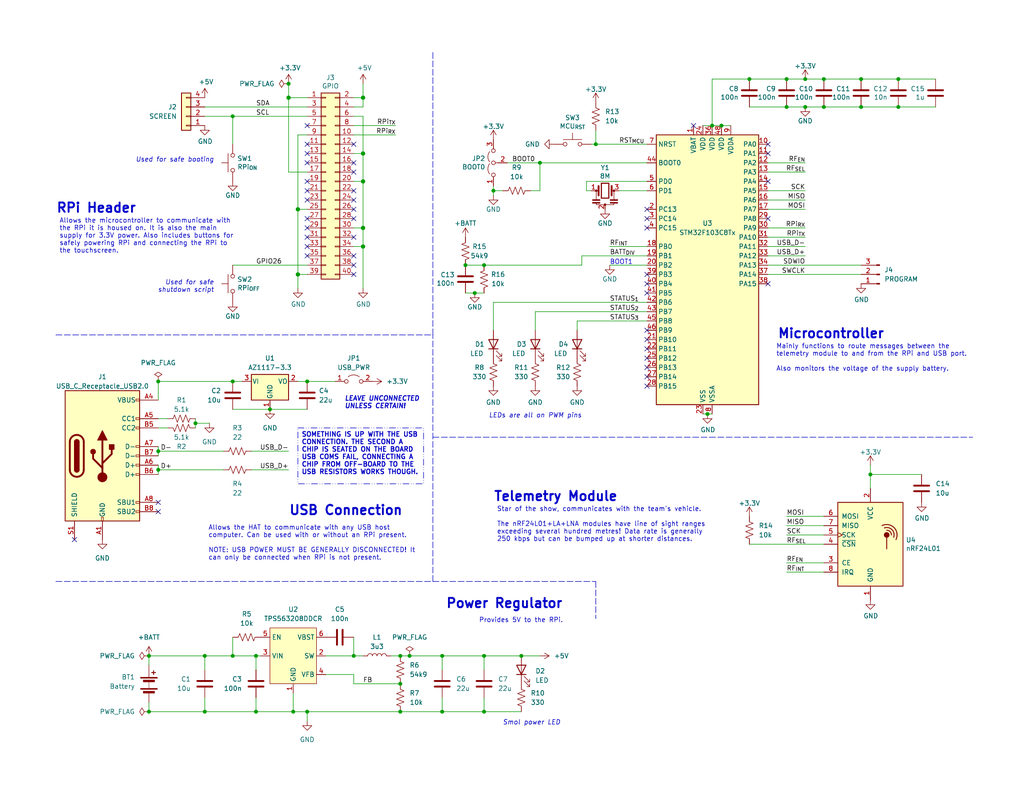
<source format=kicad_sch>
(kicad_sch (version 20230121) (generator eeschema)
  (paper "USLetter")
  (title_block (title "Downlink Board") (date "2024-01-21") (rev "1.1") (company "HPVDT") (comment 1 "Hosts a microcontroller and wireless module for computers to use") (comment 2 "Designed to be an RPi hat with connections for the RPi touchscreen") (comment 3 "Can be used as a standalone USB device too"))
  (lib_symbols
    (symbol "Connector:Conn_01x03_Pin" (pin_names (offset 1.016) hide)
      (property "Reference" "J" (at 0 5.08 0))
      (property "Value" "Conn_01x03_Pin" (at 0 -5.08 0))
      (symbol "Conn_01x03_Pin_1_1"
        (pin passive line (at 5.08 2.54 180) (length 3.81) (name "Pin_1") (number "1"))
        (pin passive line (at 5.08 0 180) (length 3.81) (name "Pin_2") (number "2"))
        (pin passive line (at 5.08 -2.54 180) (length 3.81) (name "Pin_3") (number "3"))
      )
    )
    (symbol "Connector:USB_C_Receptacle_USB2.0" (pin_names (offset 1.016))
      (property "Reference" "J" (at -10.16 19.05 0))
      (property "Value" "USB_C_Receptacle_USB2.0" (at 19.05 19.05 0))
      (symbol "USB_C_Receptacle_USB2.0_1_1"
        (pin passive line (at 0 -22.86 90) (length 5.08) (name "GND") (number "A1"))
        (pin passive line (at 0 -22.86 90) (length 5.08) hide (name "GND") (number "A12"))
        (pin passive line (at 15.24 15.24 180) (length 5.08) (name "VBUS") (number "A4"))
        (pin bidirectional line (at 15.24 10.16 180) (length 5.08) (name "CC1") (number "A5"))
        (pin bidirectional line (at 15.24 -2.54 180) (length 5.08) (name "D+") (number "A6"))
        (pin bidirectional line (at 15.24 2.54 180) (length 5.08) (name "D-") (number "A7"))
        (pin bidirectional line (at 15.24 -12.7 180) (length 5.08) (name "SBU1") (number "A8"))
        (pin passive line (at 15.24 15.24 180) (length 5.08) hide (name "VBUS") (number "A9"))
        (pin passive line (at 0 -22.86 90) (length 5.08) hide (name "GND") (number "B1"))
        (pin passive line (at 0 -22.86 90) (length 5.08) hide (name "GND") (number "B12"))
        (pin passive line (at 15.24 15.24 180) (length 5.08) hide (name "VBUS") (number "B4"))
        (pin bidirectional line (at 15.24 7.62 180) (length 5.08) (name "CC2") (number "B5"))
        (pin bidirectional line (at 15.24 -5.08 180) (length 5.08) (name "D+") (number "B6"))
        (pin bidirectional line (at 15.24 0 180) (length 5.08) (name "D-") (number "B7"))
        (pin bidirectional line (at 15.24 -15.24 180) (length 5.08) (name "SBU2") (number "B8"))
        (pin passive line (at 15.24 15.24 180) (length 5.08) hide (name "VBUS") (number "B9"))
        (pin passive line (at -7.62 -22.86 90) (length 5.08) (name "SHIELD") (number "S1"))
      )
    )
    (symbol "Connector_Generic:Conn_01x04" (pin_names (offset 1.016) hide)
      (property "Reference" "J" (at 0 5.08 0))
      (property "Value" "Conn_01x04" (at 0 -7.62 0))
      (symbol "Conn_01x04_1_1"
        (pin passive line (at -5.08 2.54 0) (length 3.81) (name "Pin_1") (number "1"))
        (pin passive line (at -5.08 0 0) (length 3.81) (name "Pin_2") (number "2"))
        (pin passive line (at -5.08 -2.54 0) (length 3.81) (name "Pin_3") (number "3"))
        (pin passive line (at -5.08 -5.08 0) (length 3.81) (name "Pin_4") (number "4"))
      )
    )
    (symbol "Connector_Generic:Conn_02x20_Odd_Even" (pin_names (offset 1.016) hide)
      (property "Reference" "J" (at 1.27 25.4 0))
      (property "Value" "Conn_02x20_Odd_Even" (at 1.27 -27.94 0))
      (symbol "Conn_02x20_Odd_Even_1_1"
        (pin passive line (at -5.08 22.86 0) (length 3.81) (name "Pin_1") (number "1"))
        (pin passive line (at 7.62 12.7 180) (length 3.81) (name "Pin_10") (number "10"))
        (pin passive line (at -5.08 10.16 0) (length 3.81) (name "Pin_11") (number "11"))
        (pin passive line (at 7.62 10.16 180) (length 3.81) (name "Pin_12") (number "12"))
        (pin passive line (at -5.08 7.62 0) (length 3.81) (name "Pin_13") (number "13"))
        (pin passive line (at 7.62 7.62 180) (length 3.81) (name "Pin_14") (number "14"))
        (pin passive line (at -5.08 5.08 0) (length 3.81) (name "Pin_15") (number "15"))
        (pin passive line (at 7.62 5.08 180) (length 3.81) (name "Pin_16") (number "16"))
        (pin passive line (at -5.08 2.54 0) (length 3.81) (name "Pin_17") (number "17"))
        (pin passive line (at 7.62 2.54 180) (length 3.81) (name "Pin_18") (number "18"))
        (pin passive line (at -5.08 0 0) (length 3.81) (name "Pin_19") (number "19"))
        (pin passive line (at 7.62 22.86 180) (length 3.81) (name "Pin_2") (number "2"))
        (pin passive line (at 7.62 0 180) (length 3.81) (name "Pin_20") (number "20"))
        (pin passive line (at -5.08 -2.54 0) (length 3.81) (name "Pin_21") (number "21"))
        (pin passive line (at 7.62 -2.54 180) (length 3.81) (name "Pin_22") (number "22"))
        (pin passive line (at -5.08 -5.08 0) (length 3.81) (name "Pin_23") (number "23"))
        (pin passive line (at 7.62 -5.08 180) (length 3.81) (name "Pin_24") (number "24"))
        (pin passive line (at -5.08 -7.62 0) (length 3.81) (name "Pin_25") (number "25"))
        (pin passive line (at 7.62 -7.62 180) (length 3.81) (name "Pin_26") (number "26"))
        (pin passive line (at -5.08 -10.16 0) (length 3.81) (name "Pin_27") (number "27"))
        (pin passive line (at 7.62 -10.16 180) (length 3.81) (name "Pin_28") (number "28"))
        (pin passive line (at -5.08 -12.7 0) (length 3.81) (name "Pin_29") (number "29"))
        (pin passive line (at -5.08 20.32 0) (length 3.81) (name "Pin_3") (number "3"))
        (pin passive line (at 7.62 -12.7 180) (length 3.81) (name "Pin_30") (number "30"))
        (pin passive line (at -5.08 -15.24 0) (length 3.81) (name "Pin_31") (number "31"))
        (pin passive line (at 7.62 -15.24 180) (length 3.81) (name "Pin_32") (number "32"))
        (pin passive line (at -5.08 -17.78 0) (length 3.81) (name "Pin_33") (number "33"))
        (pin passive line (at 7.62 -17.78 180) (length 3.81) (name "Pin_34") (number "34"))
        (pin passive line (at -5.08 -20.32 0) (length 3.81) (name "Pin_35") (number "35"))
        (pin passive line (at 7.62 -20.32 180) (length 3.81) (name "Pin_36") (number "36"))
        (pin passive line (at -5.08 -22.86 0) (length 3.81) (name "Pin_37") (number "37"))
        (pin passive line (at 7.62 -22.86 180) (length 3.81) (name "Pin_38") (number "38"))
        (pin passive line (at -5.08 -25.4 0) (length 3.81) (name "Pin_39") (number "39"))
        (pin passive line (at 7.62 20.32 180) (length 3.81) (name "Pin_4") (number "4"))
        (pin passive line (at 7.62 -25.4 180) (length 3.81) (name "Pin_40") (number "40"))
        (pin passive line (at -5.08 17.78 0) (length 3.81) (name "Pin_5") (number "5"))
        (pin passive line (at 7.62 17.78 180) (length 3.81) (name "Pin_6") (number "6"))
        (pin passive line (at -5.08 15.24 0) (length 3.81) (name "Pin_7") (number "7"))
        (pin passive line (at 7.62 15.24 180) (length 3.81) (name "Pin_8") (number "8"))
        (pin passive line (at -5.08 12.7 0) (length 3.81) (name "Pin_9") (number "9"))
      )
    )
    (symbol "Device:Battery" (pin_numbers hide) (pin_names (offset 0) hide)
      (property "Reference" "BT" (at 2.54 2.54 0))
      (property "Value" "Battery" (at 2.54 0 0))
      (symbol "Battery_1_1"
        (pin passive line (at 0 5.08 270) (length 2.54) (name "+") (number "1"))
        (pin passive line (at 0 -5.08 90) (length 2.54) (name "-") (number "2"))
      )
    )
    (symbol "Device:C" (pin_numbers hide) (pin_names (offset 0.254))
      (property "Reference" "C" (at 0.635 2.54 0))
      (property "Value" "C" (at 0.635 -2.54 0))
      (symbol "C_1_1"
        (pin passive line (at 0 3.81 270) (length 2.794) (name "~") (number "1"))
        (pin passive line (at 0 -3.81 90) (length 2.794) (name "~") (number "2"))
      )
    )
    (symbol "Device:L" (pin_numbers hide) (pin_names (offset 1.016) hide)
      (property "Reference" "L" (at -1.27 0 90))
      (property "Value" "L" (at 1.905 0 90))
      (symbol "L_1_1"
        (pin passive line (at 0 3.81 270) (length 1.27) (name "1") (number "1"))
        (pin passive line (at 0 -3.81 90) (length 1.27) (name "2") (number "2"))
      )
    )
    (symbol "Device:LED" (pin_numbers hide) (pin_names (offset 1.016) hide)
      (property "Reference" "D" (at 0 2.54 0))
      (property "Value" "LED" (at 0 -2.54 0))
      (symbol "LED_1_1"
        (pin passive line (at -3.81 0 0) (length 2.54) (name "K") (number "1"))
        (pin passive line (at 3.81 0 180) (length 2.54) (name "A") (number "2"))
      )
    )
    (symbol "Device:R_US" (pin_numbers hide) (pin_names (offset 0))
      (property "Reference" "R" (at 2.54 0 90))
      (property "Value" "R_US" (at -2.54 0 90))
      (symbol "R_US_1_1"
        (pin passive line (at 0 3.81 270) (length 1.27) (name "~") (number "1"))
        (pin passive line (at 0 -3.81 90) (length 1.27) (name "~") (number "2"))
      )
    )
    (symbol "Device:Resonator" (pin_names (offset 1.016) hide)
      (property "Reference" "Y" (at 0 5.715 0))
      (property "Value" "Resonator" (at 0 3.81 0))
      (symbol "Resonator_1_1"
        (pin passive line (at -3.81 0 0) (length 1.27) (name "1") (number "1"))
        (pin passive line (at 0 -5.08 90) (length 1.27) (name "2") (number "2"))
        (pin passive line (at 3.81 0 180) (length 1.27) (name "3") (number "3"))
      )
    )
    (symbol "Jumper:Jumper_2_Open" (pin_names (offset 0) hide)
      (property "Reference" "JP" (at 0 2.794 0))
      (property "Value" "Jumper_2_Open" (at 0 -2.286 0))
      (symbol "Jumper_2_Open_1_1"
        (pin passive line (at -5.08 0 0) (length 2.54) (name "A") (number "1"))
        (pin passive line (at 5.08 0 180) (length 2.54) (name "B") (number "2"))
      )
    )
    (symbol "Jumper:Jumper_3_Open" (pin_names (offset 0) hide)
      (property "Reference" "JP" (at -2.54 -2.54 0))
      (property "Value" "Jumper_3_Open" (at 0 2.794 0))
      (symbol "Jumper_3_Open_1_1"
        (pin passive line (at -6.35 0 0) (length 2.54) (name "A") (number "1"))
        (pin passive line (at 0 -3.81 90) (length 2.54) (name "C") (number "2"))
        (pin passive line (at 6.35 0 180) (length 2.54) (name "B") (number "3"))
      )
    )
    (symbol "MCU_ST_STM32F1:STM32F103C8Tx"
      (property "Reference" "U" (at -12.7 39.37 0))
      (property "Value" "STM32F103C8Tx" (at 10.16 39.37 0))
      (symbol "STM32F103C8Tx_1_1"
        (pin power_in line (at -2.54 40.64 270) (length 2.54) (name "VBAT") (number "1"))
        (pin bidirectional line (at 17.78 35.56 180) (length 2.54) (name "PA0") (number "10"))
        (pin bidirectional line (at 17.78 33.02 180) (length 2.54) (name "PA1") (number "11"))
        (pin bidirectional line (at 17.78 30.48 180) (length 2.54) (name "PA2") (number "12"))
        (pin bidirectional line (at 17.78 27.94 180) (length 2.54) (name "PA3") (number "13"))
        (pin bidirectional line (at 17.78 25.4 180) (length 2.54) (name "PA4") (number "14"))
        (pin bidirectional line (at 17.78 22.86 180) (length 2.54) (name "PA5") (number "15"))
        (pin bidirectional line (at 17.78 20.32 180) (length 2.54) (name "PA6") (number "16"))
        (pin bidirectional line (at 17.78 17.78 180) (length 2.54) (name "PA7") (number "17"))
        (pin bidirectional line (at -15.24 7.62 0) (length 2.54) (name "PB0") (number "18"))
        (pin bidirectional line (at -15.24 5.08 0) (length 2.54) (name "PB1") (number "19"))
        (pin bidirectional line (at -15.24 17.78 0) (length 2.54) (name "PC13") (number "2"))
        (pin bidirectional line (at -15.24 2.54 0) (length 2.54) (name "PB2") (number "20"))
        (pin bidirectional line (at -15.24 -17.78 0) (length 2.54) (name "PB10") (number "21"))
        (pin bidirectional line (at -15.24 -20.32 0) (length 2.54) (name "PB11") (number "22"))
        (pin power_in line (at 0 -38.1 90) (length 2.54) (name "VSS") (number "23"))
        (pin power_in line (at 0 40.64 270) (length 2.54) (name "VDD") (number "24"))
        (pin bidirectional line (at -15.24 -22.86 0) (length 2.54) (name "PB12") (number "25"))
        (pin bidirectional line (at -15.24 -25.4 0) (length 2.54) (name "PB13") (number "26"))
        (pin bidirectional line (at -15.24 -27.94 0) (length 2.54) (name "PB14") (number "27"))
        (pin bidirectional line (at -15.24 -30.48 0) (length 2.54) (name "PB15") (number "28"))
        (pin bidirectional line (at 17.78 15.24 180) (length 2.54) (name "PA8") (number "29"))
        (pin bidirectional line (at -15.24 15.24 0) (length 2.54) (name "PC14") (number "3"))
        (pin bidirectional line (at 17.78 12.7 180) (length 2.54) (name "PA9") (number "30"))
        (pin bidirectional line (at 17.78 10.16 180) (length 2.54) (name "PA10") (number "31"))
        (pin bidirectional line (at 17.78 7.62 180) (length 2.54) (name "PA11") (number "32"))
        (pin bidirectional line (at 17.78 5.08 180) (length 2.54) (name "PA12") (number "33"))
        (pin bidirectional line (at 17.78 2.54 180) (length 2.54) (name "PA13") (number "34"))
        (pin passive line (at 0 -38.1 90) (length 2.54) hide (name "VSS") (number "35"))
        (pin power_in line (at 2.54 40.64 270) (length 2.54) (name "VDD") (number "36"))
        (pin bidirectional line (at 17.78 0 180) (length 2.54) (name "PA14") (number "37"))
        (pin bidirectional line (at 17.78 -2.54 180) (length 2.54) (name "PA15") (number "38"))
        (pin bidirectional line (at -15.24 0 0) (length 2.54) (name "PB3") (number "39"))
        (pin bidirectional line (at -15.24 12.7 0) (length 2.54) (name "PC15") (number "4"))
        (pin bidirectional line (at -15.24 -2.54 0) (length 2.54) (name "PB4") (number "40"))
        (pin bidirectional line (at -15.24 -5.08 0) (length 2.54) (name "PB5") (number "41"))
        (pin bidirectional line (at -15.24 -7.62 0) (length 2.54) (name "PB6") (number "42"))
        (pin bidirectional line (at -15.24 -10.16 0) (length 2.54) (name "PB7") (number "43"))
        (pin input line (at -15.24 30.48 0) (length 2.54) (name "BOOT0") (number "44"))
        (pin bidirectional line (at -15.24 -12.7 0) (length 2.54) (name "PB8") (number "45"))
        (pin bidirectional line (at -15.24 -15.24 0) (length 2.54) (name "PB9") (number "46"))
        (pin passive line (at 0 -38.1 90) (length 2.54) hide (name "VSS") (number "47"))
        (pin power_in line (at 5.08 40.64 270) (length 2.54) (name "VDD") (number "48"))
        (pin bidirectional line (at -15.24 25.4 0) (length 2.54) (name "PD0") (number "5"))
        (pin bidirectional line (at -15.24 22.86 0) (length 2.54) (name "PD1") (number "6"))
        (pin input line (at -15.24 35.56 0) (length 2.54) (name "NRST") (number "7"))
        (pin power_in line (at 2.54 -38.1 90) (length 2.54) (name "VSSA") (number "8"))
        (pin power_in line (at 7.62 40.64 270) (length 2.54) (name "VDDA") (number "9"))
      )
    )
    (symbol "RF:NRF24L01_Breakout" (pin_names (offset 1.016))
      (property "Reference" "U" (at -8.89 12.7 0))
      (property "Value" "NRF24L01_Breakout" (at 3.81 12.7 0))
      (symbol "NRF24L01_Breakout_1_1"
        (pin power_in line (at 0 -15.24 90) (length 3.81) (name "GND") (number "1"))
        (pin power_in line (at 0 15.24 270) (length 3.81) (name "VCC") (number "2"))
        (pin input line (at -12.7 -5.08 0) (length 3.81) (name "CE") (number "3"))
        (pin input line (at -12.7 0 0) (length 3.81) (name "~{CSN}") (number "4"))
        (pin input clock (at -12.7 2.54 0) (length 3.81) (name "SCK") (number "5"))
        (pin input line (at -12.7 7.62 0) (length 3.81) (name "MOSI") (number "6"))
        (pin output line (at -12.7 5.08 0) (length 3.81) (name "MISO") (number "7"))
        (pin output line (at -12.7 -7.62 0) (length 3.81) (name "IRQ") (number "8"))
      )
    )
    (symbol "Regulator_Linear:AZ1117-3.3" (pin_names (offset 0.254))
      (property "Reference" "U" (at -3.81 3.175 0))
      (property "Value" "AZ1117-3.3" (at 0 3.175 0))
      (symbol "AZ1117-3.3_1_1"
        (pin power_in line (at 0 -7.62 90) (length 2.54) (name "GND") (number "1"))
        (pin power_out line (at 7.62 0 180) (length 2.54) (name "VO") (number "2"))
        (pin power_in line (at -7.62 0 0) (length 2.54) (name "VI") (number "3"))
      )
    )
    (symbol "Switch:SW_Push" (pin_numbers hide) (pin_names (offset 1.016) hide)
      (property "Reference" "SW" (at 1.27 2.54 0))
      (property "Value" "SW_Push" (at 0 -1.524 0))
      (symbol "SW_Push_0_1"
        (pin passive line (at -5.08 0 0) (length 2.54) (name "1") (number "1"))
        (pin passive line (at 5.08 0 180) (length 2.54) (name "2") (number "2"))
      )
    )
    (symbol "TPS563208DDCR :TPS563208DDCR"
      (property "Reference" "U" (at 0 11.43 0))
      (property "Value" "TPS563208DDCR" (at 0 8.89 0))
      (symbol "TPS563208DDCR_1_1"
        (pin power_in line (at 0 -10.16 90) (length 2.54) (name "GND") (number "1"))
        (pin power_out line (at 8.89 0 180) (length 2.54) (name "SW") (number "2"))
        (pin power_in line (at -8.89 0 0) (length 2.54) (name "VIN") (number "3"))
        (pin input line (at 8.89 -5.08 180) (length 2.54) (name "VFB") (number "4"))
        (pin input line (at -8.89 5.08 0) (length 2.54) (name "EN") (number "5"))
        (pin passive line (at 8.89 5.08 180) (length 2.54) (name "VBST") (number "6"))
      )
    )
    (symbol "power:+3.3V" (power) (pin_names (offset 0))
      (property "Value" "+3.3V" (at 0 3.556 0))
      (symbol "+3.3V_1_1"
        (pin power_in line (at 0 0 90) (length 0) hide (name "+3.3V") (number "1"))
      )
    )
    (symbol "power:+5V" (power) (pin_names (offset 0))
      (property "Value" "+5V" (at 0 3.556 0))
      (symbol "+5V_1_1"
        (pin power_in line (at 0 0 90) (length 0) hide (name "+5V") (number "1"))
      )
    )
    (symbol "power:+BATT" (power) (pin_names (offset 0))
      (property "Value" "+BATT" (at 0 3.556 0))
      (symbol "+BATT_1_1"
        (pin power_in line (at 0 0 90) (length 0) hide (name "+BATT") (number "1"))
      )
    )
    (symbol "power:GND" (power) (pin_names (offset 0))
      (property "Value" "GND" (at 0 -3.81 0))
      (symbol "GND_1_1"
        (pin power_in line (at 0 0 270) (length 0) hide (name "GND") (number "1"))
      )
    )
    (symbol "power:PWR_FLAG" (power) (pin_numbers hide) (pin_names (offset 0) hide)
      (property "Value" "PWR_FLAG" (at 0 3.81 0))
      (symbol "PWR_FLAG_0_0"
        (pin power_out line (at 0 0 90) (length 0) (name "pwr") (number "1"))
      )
    )
  )
  (junction (at 99.06 26.67) (diameter 1.016))
  (junction (at 214.63 21.59))
  (junction (at 147.32 44.45))
  (junction (at 162.56 39.37))
  (junction (at 99.06 41.91) (diameter 1.016))
  (junction (at 120.65 194.31))
  (junction (at 69.85 194.31))
  (junction (at 109.22 179.07))
  (junction (at 63.5 31.75))
  (junction (at 53.34 115.57))
  (junction (at 224.79 21.59))
  (junction (at 132.08 72.39))
  (junction (at 219.71 29.21))
  (junction (at 111.76 179.07))
  (junction (at 80.01 194.31))
  (junction (at 83.82 104.14))
  (junction (at 245.11 21.59))
  (junction (at 214.63 29.21))
  (junction (at 204.47 21.59))
  (junction (at 43.18 123.19))
  (junction (at 96.52 179.07))
  (junction (at 81.28 74.93) (diameter 1.016))
  (junction (at 234.95 21.59))
  (junction (at 81.28 57.15) (diameter 1.016))
  (junction (at 40.64 194.31))
  (junction (at 245.11 29.21))
  (junction (at 78.74 22.86))
  (junction (at 120.65 179.07))
  (junction (at 109.22 194.31))
  (junction (at 109.22 186.69))
  (junction (at 99.06 67.31) (diameter 1.016))
  (junction (at 55.88 179.07))
  (junction (at 193.04 113.03))
  (junction (at 224.79 29.21))
  (junction (at 132.08 179.07))
  (junction (at 129.54 80.01))
  (junction (at 219.71 21.59))
  (junction (at 194.31 34.29))
  (junction (at 132.08 194.31))
  (junction (at 99.06 62.23) (diameter 1.016))
  (junction (at 69.85 179.07))
  (junction (at 234.95 29.21))
  (junction (at 134.62 52.07))
  (junction (at 237.49 129.54))
  (junction (at 99.06 49.53) (diameter 1.016))
  (junction (at 127 72.39))
  (junction (at 142.24 179.07))
  (junction (at 83.82 194.31))
  (junction (at 40.64 179.07))
  (junction (at 196.85 34.29))
  (junction (at 73.66 111.76))
  (junction (at 43.18 128.27))
  (junction (at 63.5 179.07))
  (junction (at 43.18 104.14))
  (junction (at 63.5 104.14))
  (junction (at 78.74 26.67) (diameter 1.016))
  (junction (at 55.88 194.31))
  (no_connect (at 96.52 72.39))
  (no_connect (at 176.53 97.79))
  (no_connect (at 176.53 92.71))
  (no_connect (at 176.53 74.93))
  (no_connect (at 96.52 57.15))
  (no_connect (at 176.53 90.17))
  (no_connect (at 96.52 74.93))
  (no_connect (at 176.53 102.87))
  (no_connect (at 96.52 44.45))
  (no_connect (at 43.18 137.16))
  (no_connect (at 43.18 139.7))
  (no_connect (at 96.52 59.69))
  (no_connect (at 176.53 77.47))
  (no_connect (at 96.52 46.99))
  (no_connect (at 83.82 49.53))
  (no_connect (at 83.82 41.91))
  (no_connect (at 83.82 54.61))
  (no_connect (at 176.53 62.23))
  (no_connect (at 83.82 67.31))
  (no_connect (at 83.82 64.77))
  (no_connect (at 176.53 100.33))
  (no_connect (at 209.55 77.47))
  (no_connect (at 20.32 147.32))
  (no_connect (at 96.52 69.85))
  (no_connect (at 96.52 39.37))
  (no_connect (at 83.82 69.85))
  (no_connect (at 209.55 41.91))
  (no_connect (at 176.53 95.25))
  (no_connect (at 83.82 39.37))
  (no_connect (at 176.53 105.41))
  (no_connect (at 189.23 34.29))
  (no_connect (at 83.82 52.07))
  (no_connect (at 209.55 59.69))
  (no_connect (at 83.82 34.29))
  (no_connect (at 176.53 59.69))
  (no_connect (at 209.55 39.37))
  (no_connect (at 83.82 44.45))
  (no_connect (at 83.82 62.23))
  (no_connect (at 176.53 57.15))
  (no_connect (at 176.53 80.01))
  (no_connect (at 96.52 52.07))
  (no_connect (at 96.52 54.61))
  (no_connect (at 96.52 64.77))
  (no_connect (at 209.55 49.53))
  (no_connect (at 83.82 59.69))
  (wire (pts (xy 160.02 49.53) (xy 176.53 49.53)))
  (wire (pts (xy 81.28 57.15) (xy 81.28 74.93)))
  (wire (pts (xy 160.02 52.07) (xy 161.29 52.07)))
  (wire (pts (xy 209.55 72.39) (xy 234.95 72.39)))
  (wire (pts (xy 120.65 194.31) (xy 132.08 194.31)))
  (wire (pts (xy 237.49 129.54) (xy 237.49 133.35)))
  (wire (pts (xy 214.63 21.59) (xy 204.47 21.59)))
  (wire (pts (xy 63.5 72.39) (xy 83.82 72.39)))
  (wire (pts (xy 237.49 127) (xy 237.49 129.54)))
  (polyline (pts (xy 118.11 158.75) (xy 162.56 158.75)) (stroke (width 0) (type dash)))
  (wire (pts (xy 99.06 31.75) (xy 99.06 41.91)))
  (wire (pts (xy 142.24 179.07) (xy 147.32 179.07)))
  (wire (pts (xy 99.06 49.53) (xy 96.52 49.53)))
  (wire (pts (xy 147.32 52.07) (xy 147.32 44.45)))
  (wire (pts (xy 214.63 143.51) (xy 224.79 143.51)))
  (wire (pts (xy 214.63 140.97) (xy 224.79 140.97)))
  (wire (pts (xy 99.06 62.23) (xy 99.06 67.31)))
  (wire (pts (xy 96.52 186.69) (xy 109.22 186.69)))
  (wire (pts (xy 40.64 181.61) (xy 40.64 179.07)))
  (wire (pts (xy 209.55 62.23) (xy 219.71 62.23)))
  (wire (pts (xy 157.48 90.17) (xy 157.48 87.63)))
  (wire (pts (xy 234.95 21.59) (xy 224.79 21.59)))
  (wire (pts (xy 96.52 179.07) (xy 96.52 173.99)))
  (wire (pts (xy 158.75 69.85) (xy 176.53 69.85)))
  (wire (pts (xy 83.82 104.14) (xy 91.44 104.14)))
  (wire (pts (xy 160.02 49.53) (xy 160.02 52.07)))
  (wire (pts (xy 134.62 52.07) (xy 134.62 53.34)))
  (wire (pts (xy 99.06 49.53) (xy 99.06 62.23)))
  (wire (pts (xy 55.88 194.31) (xy 55.88 190.5)))
  (wire (pts (xy 96.52 34.29) (xy 107.95 34.29)))
  (wire (pts (xy 53.34 115.57) (xy 53.34 114.3)))
  (wire (pts (xy 81.28 36.83) (xy 81.28 57.15)))
  (wire (pts (xy 196.85 34.29) (xy 199.39 34.29)))
  (wire (pts (xy 73.66 111.76) (xy 83.82 111.76)))
  (wire (pts (xy 43.18 128.27) (xy 60.96 128.27)))
  (wire (pts (xy 134.62 82.55) (xy 134.62 90.17)))
  (wire (pts (xy 81.28 36.83) (xy 83.82 36.83)))
  (wire (pts (xy 132.08 182.88) (xy 132.08 179.07)))
  (wire (pts (xy 146.05 90.17) (xy 146.05 85.09)))
  (wire (pts (xy 147.32 44.45) (xy 176.53 44.45)))
  (wire (pts (xy 120.65 182.88) (xy 120.65 179.07)))
  (wire (pts (xy 43.18 123.19) (xy 60.96 123.19)))
  (wire (pts (xy 219.71 29.21) (xy 224.79 29.21)))
  (wire (pts (xy 81.28 57.15) (xy 83.82 57.15)))
  (wire (pts (xy 40.64 191.77) (xy 40.64 194.31)))
  (wire (pts (xy 132.08 72.39) (xy 158.75 72.39)))
  (wire (pts (xy 69.85 179.07) (xy 69.85 182.88)))
  (polyline (pts (xy 162.56 158.75) (xy 162.56 168.91)) (stroke (width 0) (type dash)))
  (wire (pts (xy 81.28 74.93) (xy 81.28 78.74)))
  (wire (pts (xy 45.72 114.3) (xy 43.18 114.3)))
  (wire (pts (xy 78.74 22.86) (xy 78.74 26.67)))
  (wire (pts (xy 134.62 50.8) (xy 134.62 52.07)))
  (wire (pts (xy 40.64 179.07) (xy 55.88 179.07)))
  (wire (pts (xy 224.79 29.21) (xy 234.95 29.21)))
  (wire (pts (xy 43.18 128.27) (xy 43.18 129.54)))
  (wire (pts (xy 99.06 67.31) (xy 96.52 67.31)))
  (wire (pts (xy 132.08 72.39) (xy 127 72.39)))
  (wire (pts (xy 106.68 179.07) (xy 109.22 179.07)))
  (wire (pts (xy 204.47 21.59) (xy 194.31 21.59)))
  (wire (pts (xy 53.34 116.84) (xy 53.34 115.57)))
  (wire (pts (xy 43.18 109.22) (xy 43.18 104.14)))
  (wire (pts (xy 234.95 29.21) (xy 245.11 29.21)))
  (wire (pts (xy 209.55 74.93) (xy 234.95 74.93)))
  (wire (pts (xy 63.5 179.07) (xy 63.5 173.99)))
  (wire (pts (xy 55.88 29.21) (xy 83.82 29.21)))
  (wire (pts (xy 245.11 29.21) (xy 255.27 29.21)))
  (wire (pts (xy 234.95 21.59) (xy 245.11 21.59)))
  (wire (pts (xy 78.74 46.99) (xy 83.82 46.99)))
  (wire (pts (xy 55.88 179.07) (xy 55.88 182.88)))
  (wire (pts (xy 161.29 39.37) (xy 162.56 39.37)))
  (wire (pts (xy 99.06 26.67) (xy 99.06 29.21)))
  (wire (pts (xy 162.56 35.56) (xy 162.56 39.37)))
  (wire (pts (xy 96.52 179.07) (xy 99.06 179.07)))
  (wire (pts (xy 109.22 194.31) (xy 120.65 194.31)))
  (wire (pts (xy 96.52 184.15) (xy 96.52 186.69)))
  (wire (pts (xy 99.06 41.91) (xy 99.06 49.53)))
  (wire (pts (xy 134.62 82.55) (xy 176.53 82.55)))
  (wire (pts (xy 88.9 179.07) (xy 96.52 179.07)))
  (wire (pts (xy 158.75 72.39) (xy 158.75 69.85)))
  (wire (pts (xy 83.82 194.31) (xy 109.22 194.31)))
  (wire (pts (xy 132.08 194.31) (xy 142.24 194.31)))
  (wire (pts (xy 99.06 41.91) (xy 96.52 41.91)))
  (wire (pts (xy 209.55 69.85) (xy 219.71 69.85)))
  (wire (pts (xy 162.56 39.37) (xy 176.53 39.37)))
  (wire (pts (xy 63.5 104.14) (xy 66.04 104.14)))
  (wire (pts (xy 43.18 123.19) (xy 43.18 124.46)))
  (wire (pts (xy 144.78 52.07) (xy 147.32 52.07)))
  (wire (pts (xy 99.06 22.86) (xy 99.06 26.67)))
  (wire (pts (xy 168.91 52.07) (xy 176.53 52.07)))
  (wire (pts (xy 204.47 148.59) (xy 224.79 148.59)))
  (wire (pts (xy 120.65 179.07) (xy 132.08 179.07)))
  (wire (pts (xy 99.06 26.67) (xy 96.52 26.67)))
  (wire (pts (xy 78.74 26.67) (xy 78.74 46.99)))
  (polyline (pts (xy 15.24 158.75) (xy 118.11 158.75)) (stroke (width 0) (type dash)))
  (wire (pts (xy 55.88 179.07) (xy 63.5 179.07)))
  (wire (pts (xy 96.52 36.83) (xy 107.95 36.83)))
  (wire (pts (xy 219.71 21.59) (xy 214.63 21.59)))
  (wire (pts (xy 157.48 87.63) (xy 176.53 87.63)))
  (wire (pts (xy 138.43 44.45) (xy 147.32 44.45)))
  (wire (pts (xy 69.85 194.31) (xy 69.85 190.5)))
  (wire (pts (xy 245.11 21.59) (xy 255.27 21.59)))
  (wire (pts (xy 214.63 156.21) (xy 224.79 156.21)))
  (wire (pts (xy 45.72 116.84) (xy 43.18 116.84)))
  (wire (pts (xy 57.15 115.57) (xy 53.34 115.57)))
  (wire (pts (xy 209.55 46.99) (xy 219.71 46.99)))
  (wire (pts (xy 204.47 29.21) (xy 214.63 29.21)))
  (wire (pts (xy 166.37 67.31) (xy 176.53 67.31)))
  (wire (pts (xy 99.06 29.21) (xy 96.52 29.21)))
  (wire (pts (xy 209.55 67.31) (xy 219.71 67.31)))
  (wire (pts (xy 129.54 80.01) (xy 132.08 80.01)))
  (wire (pts (xy 219.71 52.07) (xy 209.55 52.07)))
  (wire (pts (xy 43.18 104.14) (xy 63.5 104.14)))
  (wire (pts (xy 214.63 153.67) (xy 224.79 153.67)))
  (wire (pts (xy 134.62 52.07) (xy 137.16 52.07)))
  (wire (pts (xy 219.71 54.61) (xy 209.55 54.61)))
  (wire (pts (xy 214.63 146.05) (xy 224.79 146.05)))
  (wire (pts (xy 191.77 113.03) (xy 193.04 113.03)))
  (polyline (pts (xy 15.24 91.44) (xy 118.11 91.44)) (stroke (width 0) (type dash)))
  (wire (pts (xy 209.55 64.77) (xy 219.71 64.77)))
  (wire (pts (xy 63.5 179.07) (xy 69.85 179.07)))
  (wire (pts (xy 63.5 31.75) (xy 55.88 31.75)))
  (wire (pts (xy 81.28 74.93) (xy 83.82 74.93)))
  (wire (pts (xy 111.76 179.07) (xy 120.65 179.07)))
  (wire (pts (xy 63.5 31.75) (xy 63.5 39.37)))
  (polyline (pts (xy 118.11 91.44) (xy 118.11 13.97)) (stroke (width 0) (type dash)))
  (wire (pts (xy 55.88 194.31) (xy 69.85 194.31)))
  (wire (pts (xy 99.06 31.75) (xy 96.52 31.75)))
  (polyline (pts (xy 118.11 119.38) (xy 265.43 119.38)) (stroke (width 0) (type dash)))
  (wire (pts (xy 109.22 179.07) (xy 111.76 179.07)))
  (wire (pts (xy 43.18 121.92) (xy 43.18 123.19)))
  (wire (pts (xy 214.63 29.21) (xy 219.71 29.21)))
  (polyline (pts (xy 118.11 158.75) (xy 118.11 91.44)) (stroke (width 0) (type dash)))
  (wire (pts (xy 237.49 129.54) (xy 251.46 129.54)))
  (wire (pts (xy 63.5 111.76) (xy 73.66 111.76)))
  (wire (pts (xy 69.85 194.31) (xy 80.01 194.31)))
  (wire (pts (xy 132.08 179.07) (xy 142.24 179.07)))
  (wire (pts (xy 166.37 72.39) (xy 176.53 72.39)))
  (wire (pts (xy 129.54 80.01) (xy 127 80.01)))
  (wire (pts (xy 193.04 113.03) (xy 194.31 113.03)))
  (wire (pts (xy 78.74 123.19) (xy 68.58 123.19)))
  (wire (pts (xy 80.01 194.31) (xy 83.82 194.31)))
  (wire (pts (xy 83.82 196.85) (xy 83.82 194.31)))
  (wire (pts (xy 99.06 67.31) (xy 99.06 78.74)))
  (wire (pts (xy 63.5 31.75) (xy 83.82 31.75)))
  (wire (pts (xy 146.05 85.09) (xy 176.53 85.09)))
  (wire (pts (xy 78.74 128.27) (xy 68.58 128.27)))
  (wire (pts (xy 88.9 184.15) (xy 96.52 184.15)))
  (wire (pts (xy 99.06 62.23) (xy 96.52 62.23)))
  (wire (pts (xy 194.31 34.29) (xy 196.85 34.29)))
  (wire (pts (xy 78.74 26.67) (xy 83.82 26.67)))
  (wire (pts (xy 71.12 179.07) (xy 69.85 179.07)))
  (wire (pts (xy 191.77 34.29) (xy 194.31 34.29)))
  (wire (pts (xy 120.65 194.31) (xy 120.65 190.5)))
  (wire (pts (xy 40.64 194.31) (xy 55.88 194.31)))
  (wire (pts (xy 43.18 127) (xy 43.18 128.27)))
  (wire (pts (xy 132.08 190.5) (xy 132.08 194.31)))
  (wire (pts (xy 224.79 21.59) (xy 219.71 21.59)))
  (wire (pts (xy 219.71 57.15) (xy 209.55 57.15)))
  (wire (pts (xy 209.55 44.45) (xy 219.71 44.45)))
  (wire (pts (xy 194.31 21.59) (xy 194.31 34.29)))
  (wire (pts (xy 80.01 194.31) (xy 80.01 189.23)))
  (wire (pts (xy 81.28 104.14) (xy 83.82 104.14)))
  (text_box "Allows the HAT to communicate with any USB host computer. Can be used with or without an RPi present.\n\nNOTE: USB POWER MUST BE GENERALLY DISCONNECTED! It can only be connected when RPi is not present." (at 55.88 142.24 0) (size 58.42 13.97) (stroke (width -0.0001)) (effects (font (size 1.27 1.27)) (justify left top)))
  (text_box "Allows the microcontroller to communicate with the RPi it is housed on. It is also the main supply for 3.3V power. Also includes buttons for safely powering RPi and connecting the RPi to the touchscreen." (at 15.24 58.42 0) (size 49.53 11.43) (stroke (width -0.0001)) (effects (font (size 1.27 1.27)) (justify left top)))
  (text_box "Mainly functions to route messages between the telemetry module to and from the RPi and USB port.\n\nAlso monitors the voltage of the supply battery." (at 210.82 92.71 0) (size 54.61 15.24) (stroke (width -0.0001)) (effects (font (size 1.27 1.27)) (justify left top)))
  (text_box "SOMETHING IS UP WITH THE USB CONNECTION. THE SECOND A CHIP IS SEATED ON THE BOARD USB COMS FAIL, CONNECTING A CHIP FROM OFF-BOARD TO THE USB RESISTORS WORKS THOUGH." (at 81.28 116.84 0) (size 34.29 15.24) (stroke (width 0) (type dash_dot_dot)) (effects (font (size 1.27 1.27) (thickness 0.254) bold) (justify left top)))
  (text_box "Star of the show, communicates with the team's vehicle.\n\nThe nRF24L01+LA+LNA modules have line of sight ranges exceeding several hundred metres! Data rate is generally 250 kbps but can be bumped up at shorter distances." (at 134.62 137.16 0) (size 60.96 11.43) (stroke (width -0.0001)) (effects (font (size 1.27 1.27)) (justify left top)))
  (text "Provides 5V to the RPi." (at 153.67 170.18 0) (effects (font (size 1.27 1.27)) (justify right bottom)))
  (text "Microcontroller" (at 212.09 92.71 0) (effects (font (size 2.54 2.54) (thickness 0.508) bold) (justify left bottom)))
  (text "LEAVE UNCONNECTED\nUNLESS CERTAIN!" (at 93.98 111.76 0) (effects (font (size 1.27 1.27) (thickness 0.254) bold italic) (justify left bottom)))
  (text "Used for safe booting" (at 58.42 44.45 0) (effects (font (size 1.27 1.27) italic) (justify right bottom)))
  (text "Smol power LED" (at 137.16 198.12 0) (effects (font (size 1.27 1.27) italic) (justify left bottom)))
  (text "RPi Header" (at 15.24 58.42 0) (effects (font (size 2.54 2.54) (thickness 0.508) bold) (justify left bottom)))
  (text "BOOT1" (at 166.37 72.39 0) (effects (font (size 1.27 1.27)) (justify left bottom)))
  (text "LEDs are all on PWM pins" (at 133.35 114.3 0) (effects (font (size 1.27 1.27) italic) (justify left bottom)))
  (text "Telemetry Module" (at 134.62 137.16 0) (effects (font (size 2.54 2.54) (thickness 0.508) bold) (justify left bottom)))
  (text "Power Regulator" (at 153.67 166.37 0) (effects (font (size 2.54 2.54) (thickness 0.508) bold) (justify right bottom)))
  (text "USB Connection" (at 78.74 140.97 0) (effects (font (size 2.54 2.54) (thickness 0.508) bold) (justify left bottom)))
  (text "Used for safe\nshutdown script" (at 58.42 80.01 0) (effects (font (size 1.27 1.27) italic) (justify right bottom)))
  (label "STATUS_{2}" (at 166.37 85.09 0))
  (label "SCK" (at 219.71 52.07 180))
  (label "RPi_{RX}" (at 219.71 62.23 180))
  (label "USB_D+" (at 78.74 128.27 180))
  (label "RF_{EN}" (at 219.71 44.45 180))
  (label "RF_{INT}" (at 214.63 156.21 0))
  (label "USB_D-" (at 78.74 123.19 180))
  (label "MISO" (at 219.71 54.61 180))
  (label "SWCLK" (at 219.71 74.93 180))
  (label "RF_{SEL}" (at 214.63 148.59 0))
  (label "D-" (at 43.815 123.19 0))
  (label "RPi_{TX}" (at 107.95 34.29 180))
  (label "RF_{SEL}" (at 219.71 46.99 180))
  (label "RPi_{RX}" (at 107.95 36.83 180))
  (label "USB_D-" (at 219.71 67.31 180))
  (label "USB_D+" (at 219.71 69.85 180))
  (label "SDA" (at 69.85 29.21 0))
  (label "GPIO26" (at 69.85 72.39 0))
  (label "SCL" (at 69.85 31.75 0))
  (label "BOOT0" (at 139.7 44.45 0))
  (label "FB" (at 99.06 186.69 0))
  (label "BATT_{DIV}" (at 166.37 69.85 0))
  (label "STATUS_{1}" (at 166.37 82.55 0))
  (label "SCK" (at 214.63 146.05 0))
  (label "MOSI" (at 219.71 57.15 180))
  (label "STATUS_{3}" (at 166.37 87.63 0))
  (label "RPi_{TX}" (at 219.71 64.77 180))
  (label "RST_{MCU}" (at 168.91 39.37 0))
  (label "RF_{INT}" (at 166.37 67.31 0))
  (label "D+" (at 43.815 128.27 0))
  (label "MISO" (at 214.63 143.51 0))
  (label "SDWIO" (at 219.71 72.39 180))
  (label "MOSI" (at 214.63 140.97 0))
  (label "RF_{EN}" (at 214.63 153.67 0))
  (symbol (lib_id "power:+5V") (at 99.06 22.86 0) (unit 1)
    (property "Reference" "#PWR012" (effects hide))
    (property "Value" "+5V" (at 99.4283 18.5356 0))
  )
  (symbol (lib_id "power:+3.3V") (at 78.74 22.86 0) (unit 1)
    (property "Reference" "#PWR09" (effects hide))
    (property "Value" "+3.3V" (at 79.1083 18.5356 0))
  )
  (symbol (lib_id "power:GND") (at 99.06 78.74 0) (unit 1)
    (property "Reference" "#PWR013" (effects hide))
    (property "Value" "GND" (at 99.1743 83.0644 0))
  )
  (symbol (lib_id "power:GND") (at 81.28 78.74 0) (unit 1)
    (property "Reference" "#PWR010" (effects hide))
    (property "Value" "GND" (at 81.3943 83.0644 0))
  )
  (symbol (lib_id "Connector_Generic:Conn_02x20_Odd_Even") (at 88.9 49.53 0) (unit 1)
    (property "Reference" "J3" (at 90.17 21.1898 0))
    (property "Value" "GPIO" (at 90.17 23.495 0))
    (property "Footprint" "Connector_PinSocket_2.54mm:PinSocket_2x20_P2.54mm_Vertical" (effects hide))
  )
  (symbol (lib_id "power:+3.3V") (at 237.49 127 0) (unit 1)
    (property "Reference" "#PWR030" (effects hide))
    (property "Value" "+3.3V" (at 237.49 123.444 0))
  )
  (symbol (lib_id "Device:C") (at 132.08 186.69 180) (unit 1)
    (property "Reference" "C7" (at 135.89 185.42 0) (effects (justify right)))
    (property "Value" "22u" (at 135.89 187.96 0) (effects (justify right)))
    (property "Footprint" "Capacitor_SMD:C_0805_2012Metric" (effects hide))
  )
  (symbol (lib_id "power:+3.3V") (at 162.56 27.94 0) (unit 1)
    (property "Reference" "#PWR022" (effects hide))
    (property "Value" "+3.3V" (at 162.56 24.384 0))
  )
  (symbol (lib_id "power:GND") (at 251.46 137.16 0) (unit 1)
    (property "Reference" "#PWR034" (effects hide))
    (property "Value" "GND" (at 251.5743 141.4844 0))
  )
  (symbol (lib_id "Device:R_US") (at 134.62 101.6 180) (unit 1)
    (property "Reference" "R8" (at 130.81 100.33 0))
    (property "Value" "330" (at 130.81 102.87 0))
    (property "Footprint" "Resistor_SMD:R_0603_1608Metric" (effects hide))
  )
  (symbol (lib_id "RF:NRF24L01_Breakout") (at 237.49 148.59 0) (unit 1)
    (property "Reference" "U4" (at 247.142 147.4216 0) (effects (justify left)))
    (property "Value" "nRF24L01" (at 247.142 149.733 0) (effects (justify left)))
    (property "Footprint" "RF_Module:nRF24L01_Breakout" (effects hide))
    (property "Datasheet" "http://www.nordicsemi.com/eng/content/download/2730/34105/file/nRF24L01_Product_Specification_v2_0.pdf" (effects hide))
  )
  (symbol (lib_id "Regulator_Linear:AZ1117-3.3") (at 73.66 104.14 0) (unit 1)
    (property "Reference" "U1" (at 73.66 97.79 0))
    (property "Value" "AZ1117-3.3" (at 73.66 100.33 0))
    (property "Footprint" "Package_TO_SOT_SMD:SOT-223-3_TabPin2" (effects hide))
    (property "Datasheet" "https://www.diodes.com/assets/Datasheets/AZ1117.pdf" (effects hide))
  )
  (symbol (lib_id "Device:R_US") (at 49.53 116.84 90) (mirror x) (unit 1)
    (property "Reference" "R2" (at 49.53 121.92 90))
    (property "Value" "5.1k" (at 49.53 119.38 90))
    (property "Footprint" "Resistor_SMD:R_0603_1608Metric" (effects hide))
  )
  (symbol (lib_id "Device:R_US") (at 146.05 101.6 180) (unit 1)
    (property "Reference" "R11" (at 142.24 100.33 0))
    (property "Value" "330" (at 142.24 102.87 0))
    (property "Footprint" "Resistor_SMD:R_0603_1608Metric" (effects hide))
  )
  (symbol (lib_id "Connector:Conn_01x03_Pin") (at 240.03 74.93 180) (unit 1)
    (property "Reference" "J4" (at 241.3 73.66 0) (effects (justify right)))
    (property "Value" "PROGRAM" (at 241.3 76.2 0) (effects (justify right)))
    (property "Footprint" "Connector_PinHeader_2.54mm:PinHeader_1x03_P2.54mm_Vertical" (effects hide))
  )
  (symbol (lib_id "Jumper:Jumper_3_Open") (at 134.62 44.45 90) (unit 1)
    (property "Reference" "JP2" (at 132.4102 43.2816 90) (effects (justify left)))
    (property "Value" "BOOT0" (at 132.4102 45.593 90) (effects (justify left)))
    (property "Footprint" "Connector_PinHeader_2.54mm:PinHeader_1x03_P2.54mm_Vertical" (effects hide))
  )
  (symbol (lib_id "Device:R_US") (at 109.22 182.88 0) (unit 1)
    (property "Reference" "R6" (at 111.76 181.61 0) (effects (justify left)))
    (property "Value" "54k9" (at 111.76 184.15 0) (effects (justify left)))
    (property "Footprint" "Resistor_SMD:R_0603_1608Metric" (effects hide))
  )
  (symbol (lib_id "Switch:SW_Push") (at 63.5 44.45 90) (unit 1)
    (property "Reference" "SW1" (at 64.7192 43.2816 90) (effects (justify right)))
    (property "Value" "RPi_{ON}" (at 64.7192 45.593 90) (effects (justify right)))
    (property "Footprint" "Button_Switch_THT:SW_PUSH_6mm_H4.3mm" (effects hide))
  )
  (symbol (lib_id "power:+3.3V") (at 219.71 21.59 0) (unit 1)
    (property "Reference" "#PWR027" (effects hide))
    (property "Value" "+3.3V" (at 219.71 18.034 0))
  )
  (symbol (lib_id "power:GND") (at 166.37 72.39 0) (unit 1)
    (property "Reference" "#PWR024" (effects hide))
    (property "Value" "GND" (at 166.37 76.2 0))
  )
  (symbol (lib_id "power:GND") (at 129.54 80.01 0) (mirror y) (unit 1)
    (property "Reference" "#PWR032" (effects hide))
    (property "Value" "GND" (at 129.54 83.82 0))
  )
  (symbol (lib_id "power:GND") (at 146.05 105.41 0) (unit 1)
    (property "Reference" "#PWR018" (effects hide))
    (property "Value" "GND" (at 146.05 109.8534 0))
  )
  (symbol (lib_id "Device:C") (at 69.85 186.69 0) (mirror x) (unit 1)
    (property "Reference" "C3" (at 66.04 185.42 0) (effects (justify right)))
    (property "Value" "100n" (at 66.04 187.96 0) (effects (justify right)))
    (property "Footprint" "Capacitor_SMD:C_0603_1608Metric" (effects hide))
  )
  (symbol (lib_id "power:GND") (at 234.95 77.47 0) (unit 1)
    (property "Reference" "#PWR029" (effects hide))
    (property "Value" "GND" (at 235.0643 81.7944 0))
  )
  (symbol (lib_id "Device:C") (at 251.46 133.35 180) (unit 1)
    (property "Reference" "C14" (at 255.27 132.08 0) (effects (justify right)))
    (property "Value" "10u" (at 255.27 134.62 0) (effects (justify right)))
    (property "Footprint" "Capacitor_SMD:C_0805_2012Metric" (effects hide))
  )
  (symbol (lib_id "Device:R_US") (at 140.97 52.07 90) (unit 1)
    (property "Reference" "R9" (at 140.97 45.72 90))
    (property "Value" "10k" (at 140.97 48.26 90))
    (property "Footprint" "Resistor_SMD:R_0603_1608Metric" (effects hide))
  )
  (symbol (lib_id "Device:R_US") (at 204.47 144.78 180) (unit 1)
    (property "Reference" "R14" (at 207.01 143.51 0) (effects (justify right)))
    (property "Value" "10k" (at 207.01 146.05 0) (effects (justify right)))
    (property "Footprint" "Resistor_SMD:R_0603_1608Metric" (effects hide))
  )
  (symbol (lib_id "Device:R_US") (at 142.24 190.5 180) (unit 1)
    (property "Reference" "R10" (at 144.78 189.23 0) (effects (justify right)))
    (property "Value" "330" (at 144.78 191.77 0) (effects (justify right)))
    (property "Footprint" "Resistor_SMD:R_0603_1608Metric" (effects hide))
  )
  (symbol (lib_id "power:PWR_FLAG") (at 111.76 179.07 0) (unit 1)
    (property "Reference" "#FLG05" (effects hide))
    (property "Value" "PWR_FLAG" (at 111.76 173.99 0))
  )
  (symbol (lib_id "power:GND") (at 193.04 113.03 0) (unit 1)
    (property "Reference" "#PWR025" (effects hide))
    (property "Value" "GND" (at 193.1543 117.3544 0))
  )
  (symbol (lib_id "Device:C") (at 120.65 186.69 180) (unit 1)
    (property "Reference" "C6" (at 124.46 185.42 0) (effects (justify right)))
    (property "Value" "22u" (at 124.46 187.96 0) (effects (justify right)))
    (property "Footprint" "Capacitor_SMD:C_0805_2012Metric" (effects hide))
  )
  (symbol (lib_id "Device:R_US") (at 109.22 190.5 180) (unit 1)
    (property "Reference" "R7" (at 111.76 189.23 0) (effects (justify right)))
    (property "Value" "10k" (at 111.76 191.77 0) (effects (justify right)))
    (property "Footprint" "Resistor_SMD:R_0603_1608Metric" (effects hide))
  )
  (symbol (lib_id "power:PWR_FLAG") (at 78.74 22.86 90) (unit 1)
    (property "Reference" "#FLG04" (effects hide))
    (property "Value" "PWR_FLAG" (at 74.93 22.86 90) (effects (justify left)))
  )
  (symbol (lib_id "MCU_ST_STM32F1:STM32F103C8Tx") (at 191.77 74.93 0) (unit 1)
    (property "Reference" "U3" (at 193.04 60.96 0))
    (property "Value" "STM32F103C8Tx" (at 193.04 63.5 0))
    (property "Footprint" "Package_QFP:LQFP-48_7x7mm_P0.5mm" (effects hide))
    (property "Datasheet" "https://www.st.com/resource/en/datasheet/stm32f103c8.pdf" (effects hide))
  )
  (symbol (lib_id "power:PWR_FLAG") (at 40.64 194.31 90) (unit 1)
    (property "Reference" "#FLG02" (effects hide))
    (property "Value" "PWR_FLAG" (at 36.83 194.31 90) (effects (justify left)))
  )
  (symbol (lib_id "Device:LED") (at 146.05 93.98 90) (unit 1)
    (property "Reference" "D3" (at 140.97 93.98 90) (effects (justify right)))
    (property "Value" "LED" (at 139.7 96.52 90) (effects (justify right)))
    (property "Footprint" "LED_SMD:LED_0805_2012Metric" (effects hide))
  )
  (symbol (lib_id "Device:LED") (at 142.24 182.88 90) (unit 1)
    (property "Reference" "D2" (at 146.05 183.1975 90) (effects (justify right)))
    (property "Value" "LED" (at 146.05 185.7375 90) (effects (justify right)))
    (property "Footprint" "LED_SMD:LED_0805_2012Metric" (effects hide))
  )
  (symbol (lib_id "Connector_Generic:Conn_01x04") (at 50.8 31.75 180) (unit 1)
    (property "Reference" "J2" (at 48.26 29.21 0) (effects (justify left)))
    (property "Value" "SCREEN" (at 48.26 31.75 0) (effects (justify left)))
    (property "Footprint" "Connector_JST:JST_XA_B04B-XASK-1_1x04_P2.50mm_Vertical" (effects hide))
  )
  (symbol (lib_id "power:GND") (at 73.66 111.76 0) (unit 1)
    (property "Reference" "#PWR08" (effects hide))
    (property "Value" "GND" (at 73.66 116.84 0))
  )
  (symbol (lib_id "Connector:USB_C_Receptacle_USB2.0") (at 27.94 124.46 0) (unit 1)
    (property "Reference" "J1" (at 27.94 102.87 0))
    (property "Value" "USB_C_Receptacle_USB2.0" (at 27.94 105.41 0))
    (property "Footprint" "Connector_USB:USB_C_Receptacle_HRO_TYPE-C-31-M-12" (effects hide))
    (property "Datasheet" "https://www.usb.org/sites/default/files/documents/usb_type-c.zip" (effects hide))
  )
  (symbol (lib_id "Device:R_US") (at 162.56 31.75 180) (unit 1)
    (property "Reference" "R13" (at 165.1 30.48 0) (effects (justify right)))
    (property "Value" "10k" (at 165.1 33.02 0) (effects (justify right)))
    (property "Footprint" "Resistor_SMD:R_0603_1608Metric" (effects hide))
  )
  (symbol (lib_id "Device:C") (at 92.71 173.99 90) (unit 1)
    (property "Reference" "C5" (at 92.71 166.37 90))
    (property "Value" "100n" (at 92.71 168.91 90))
    (property "Footprint" "Capacitor_SMD:C_0805_2012Metric" (effects hide))
  )
  (symbol (lib_id "Device:C") (at 204.47 25.4 0) (mirror x) (unit 1)
    (property "Reference" "C8" (at 201.549 24.2316 0) (effects (justify right)))
    (property "Value" "100n" (at 201.549 26.543 0) (effects (justify right)))
    (property "Footprint" "Capacitor_SMD:C_0603_1608Metric" (effects hide))
  )
  (symbol (lib_id "TPS563208DDCR :TPS563208DDCR") (at 80.01 179.07 0) (unit 1)
    (property "Reference" "U2" (at 80.01 166.37 0))
    (property "Value" "TPS563208DDCR" (at 80.01 168.91 0))
    (property "Footprint" "Package_TO_SOT_SMD:TSOT-23-6" (effects hide))
    (property "Datasheet" "https://www.ti.com/lit/ds/symlink/tps563208.pdf" (effects hide))
  )
  (symbol (lib_id "Device:C") (at 224.79 25.4 0) (mirror x) (unit 1)
    (property "Reference" "C10" (at 221.869 24.2316 0) (effects (justify right)))
    (property "Value" "100n" (at 221.869 26.543 0) (effects (justify right)))
    (property "Footprint" "Capacitor_SMD:C_0603_1608Metric" (effects hide))
  )
  (symbol (lib_id "Device:R_US") (at 132.08 76.2 0) (mirror x) (unit 1)
    (property "Reference" "R16" (at 135.89 74.93 0))
    (property "Value" "10k" (at 135.89 77.47 0))
    (property "Footprint" "Resistor_SMD:R_0603_1608Metric" (effects hide))
  )
  (symbol (lib_id "Device:L") (at 102.87 179.07 90) (unit 1)
    (property "Reference" "L1" (at 102.87 173.99 90))
    (property "Value" "3u3" (at 102.87 176.53 90))
    (property "Footprint" "Inductor_SMD:L_Taiyo-Yuden_NR-60xx" (effects hide))
  )
  (symbol (lib_id "power:GND") (at 237.49 163.83 0) (unit 1)
    (property "Reference" "#PWR031" (effects hide))
    (property "Value" "GND" (at 237.6043 168.1544 0))
  )
  (symbol (lib_id "Device:R_US") (at 127 68.58 0) (mirror x) (unit 1)
    (property "Reference" "R15" (at 130.81 67.31 0))
    (property "Value" "54k9" (at 130.81 69.85 0))
    (property "Footprint" "Resistor_SMD:R_0603_1608Metric" (effects hide))
  )
  (symbol (lib_id "Device:R_US") (at 64.77 123.19 90) (unit 1)
    (property "Reference" "R3" (at 64.77 116.84 90))
    (property "Value" "22" (at 64.77 119.38 90))
    (property "Footprint" "Resistor_SMD:R_0603_1608Metric" (effects hide))
  )
  (symbol (lib_id "Device:C") (at 245.11 25.4 0) (mirror x) (unit 1)
    (property "Reference" "C12" (at 242.189 24.2316 0) (effects (justify right)))
    (property "Value" "10n" (at 242.189 26.543 0) (effects (justify right)))
    (property "Footprint" "Capacitor_SMD:C_0603_1608Metric" (effects hide))
  )
  (symbol (lib_id "Device:C") (at 234.95 25.4 0) (mirror x) (unit 1)
    (property "Reference" "C11" (at 232.029 24.2316 0) (effects (justify right)))
    (property "Value" "100n" (at 232.029 26.543 0) (effects (justify right)))
    (property "Footprint" "Capacitor_SMD:C_0603_1608Metric" (effects hide))
  )
  (symbol (lib_id "Device:LED") (at 157.48 93.98 90) (unit 1)
    (property "Reference" "D4" (at 152.4 93.98 90) (effects (justify right)))
    (property "Value" "LED" (at 151.13 96.52 90) (effects (justify right)))
    (property "Footprint" "LED_SMD:LED_0805_2012Metric" (effects hide))
  )
  (symbol (lib_id "Device:R_US") (at 67.31 173.99 90) (unit 1)
    (property "Reference" "R5" (at 67.31 167.64 90))
    (property "Value" "10k" (at 67.31 170.18 90))
    (property "Footprint" "Resistor_SMD:R_0603_1608Metric" (effects hide))
  )
  (symbol (lib_id "Switch:SW_Push") (at 156.21 39.37 0) (unit 1)
    (property "Reference" "SW3" (at 156.21 32.131 0))
    (property "Value" "MCU_{RST}" (at 156.21 34.4424 0))
    (property "Footprint" "Button_Switch_THT:SW_PUSH_6mm_H4.3mm" (effects hide))
  )
  (symbol (lib_id "Device:Battery") (at 40.64 186.69 0) (unit 1) (in_bom no)
    (property "Reference" "BT1" (at 36.83 184.8485 0) (effects (justify right)))
    (property "Value" "Battery" (at 36.83 187.3885 0) (effects (justify right)))
    (property "Footprint" "Connector_Wire:SolderWire-2.5sqmm_1x02_P8.8mm_D2.4mm_OD4.4mm_Relief2x" (effects hide))
  )
  (symbol (lib_id "Device:R_US") (at 157.48 101.6 180) (unit 1)
    (property "Reference" "R12" (at 153.67 100.33 0))
    (property "Value" "330" (at 153.67 102.87 0))
    (property "Footprint" "Resistor_SMD:R_0603_1608Metric" (effects hide))
  )
  (symbol (lib_id "Jumper:Jumper_2_Open") (at 96.52 104.14 0) (unit 1)
    (property "Reference" "JP1" (at 96.52 97.79 0))
    (property "Value" "USB_PWR" (at 96.52 100.33 0))
    (property "Footprint" "Connector_PinHeader_2.54mm:PinHeader_1x02_P2.54mm_Vertical" (effects hide))
  )
  (symbol (lib_id "Device:R_US") (at 64.77 128.27 90) (unit 1)
    (property "Reference" "R4" (at 64.77 132.08 90))
    (property "Value" "22" (at 64.77 134.62 90))
    (property "Footprint" "Resistor_SMD:R_0603_1608Metric" (effects hide))
  )
  (symbol (lib_id "Device:C") (at 127 76.2 0) (mirror x) (unit 1)
    (property "Reference" "C13" (at 124.079 75.0316 0) (effects (justify right)))
    (property "Value" "100n" (at 124.079 77.343 0) (effects (justify right)))
    (property "Footprint" "Capacitor_SMD:C_0603_1608Metric" (effects hide))
  )
  (symbol (lib_id "power:+BATT") (at 40.64 179.07 0) (unit 1)
    (property "Reference" "#PWR02" (effects hide))
    (property "Value" "+BATT" (at 40.64 173.99 0))
  )
  (symbol (lib_id "Device:C") (at 214.63 25.4 0) (mirror x) (unit 1)
    (property "Reference" "C9" (at 211.709 24.2316 0) (effects (justify right)))
    (property "Value" "100n" (at 211.709 26.543 0) (effects (justify right)))
    (property "Footprint" "Capacitor_SMD:C_0603_1608Metric" (effects hide))
  )
  (symbol (lib_id "Device:C") (at 55.88 186.69 0) (mirror x) (unit 1)
    (property "Reference" "C1" (at 52.07 185.42 0) (effects (justify right)))
    (property "Value" "10u" (at 52.07 187.96 0) (effects (justify right)))
    (property "Footprint" "Capacitor_SMD:C_0805_2012Metric" (effects hide))
  )
  (symbol (lib_id "Device:Resonator") (at 165.1 52.07 0) (unit 1)
    (property "Reference" "Y1" (at 165.1 45.7708 0))
    (property "Value" "8M" (at 165.1 48.0822 0))
    (property "Footprint" "Crystal:Resonator_SMD_Murata_CSTxExxV-3Pin_3.0x1.1mm" (effects hide))
  )
  (symbol (lib_id "power:GND") (at 165.1 57.15 0) (unit 1)
    (property "Reference" "#PWR023" (effects hide))
    (property "Value" "GND" (at 165.1 60.96 0))
  )
  (symbol (lib_id "power:GND") (at 55.88 34.29 0) (unit 1)
    (property "Reference" "#PWR04" (effects hide))
    (property "Value" "GND" (at 55.9943 38.6144 0))
  )
  (symbol (lib_id "power:GND") (at 83.82 196.85 0) (unit 1)
    (property "Reference" "#PWR011" (effects hide))
    (property "Value" "GND" (at 83.82 201.93 0))
  )
  (symbol (lib_id "power:PWR_FLAG") (at 40.64 179.07 90) (unit 1)
    (property "Reference" "#FLG01" (effects hide))
    (property "Value" "PWR_FLAG" (at 36.83 179.07 90) (effects (justify left)))
  )
  (symbol (lib_id "Device:R_US") (at 49.53 114.3 90) (unit 1)
    (property "Reference" "R1" (at 49.53 109.22 90))
    (property "Value" "5.1k" (at 49.53 111.76 90))
    (property "Footprint" "Resistor_SMD:R_0603_1608Metric" (effects hide))
  )
  (symbol (lib_id "power:+5V") (at 147.32 179.07 270) (unit 1)
    (property "Reference" "#PWR019" (effects hide))
    (property "Value" "+5V" (at 151.13 179.07 90) (effects (justify left)))
  )
  (symbol (lib_id "power:GND") (at 151.13 39.37 270) (unit 1)
    (property "Reference" "#PWR020" (effects hide))
    (property "Value" "GND" (at 147.32 39.37 90) (effects (justify right)))
  )
  (symbol (lib_id "power:PWR_FLAG") (at 43.18 104.14 0) (unit 1)
    (property "Reference" "#FLG03" (effects hide))
    (property "Value" "PWR_FLAG" (at 43.18 99.06 0))
  )
  (symbol (lib_id "Device:C") (at 63.5 107.95 0) (mirror x) (unit 1)
    (property "Reference" "C2" (at 60.325 106.68 0) (effects (justify right)))
    (property "Value" "10u" (at 60.325 109.22 0) (effects (justify right)))
    (property "Footprint" "Capacitor_SMD:C_0805_2012Metric" (effects hide))
  )
  (symbol (lib_id "power:+3.3V") (at 101.6 104.14 270) (unit 1)
    (property "Reference" "#PWR014" (effects hide))
    (property "Value" "+3.3V" (at 105.41 104.14 90) (effects (justify left)))
  )
  (symbol (lib_id "power:GND") (at 219.71 29.21 0) (unit 1)
    (property "Reference" "#PWR028" (effects hide))
    (property "Value" "GND" (at 219.71 33.02 0))
  )
  (symbol (lib_id "power:GND") (at 57.15 115.57 0) (unit 1)
    (property "Reference" "#PWR05" (effects hide))
    (property "Value" "GND" (at 57.15 120.65 0))
  )
  (symbol (lib_id "power:+BATT") (at 127 64.77 0) (mirror y) (unit 1)
    (property "Reference" "#PWR033" (effects hide))
    (property "Value" "+BATT" (at 127 60.96 0))
  )
  (symbol (lib_id "power:GND") (at 63.5 49.53 0) (unit 1)
    (property "Reference" "#PWR06" (effects hide))
    (property "Value" "GND" (at 63.5 53.34 0))
  )
  (symbol (lib_id "Device:C") (at 255.27 25.4 0) (mirror x) (unit 1)
    (property "Reference" "C15" (at 252.349 24.2316 0) (effects (justify right)))
    (property "Value" "1u" (at 252.349 26.543 0) (effects (justify right)))
    (property "Footprint" "Capacitor_SMD:C_0603_1608Metric" (effects hide))
  )
  (symbol (lib_id "power:GND") (at 157.48 105.41 0) (unit 1)
    (property "Reference" "#PWR021" (effects hide))
    (property "Value" "GND" (at 157.48 109.8534 0))
  )
  (symbol (lib_id "power:+3.3V") (at 204.47 140.97 0) (unit 1)
    (property "Reference" "#PWR026" (effects hide))
    (property "Value" "+3.3V" (at 204.47 137.414 0))
  )
  (symbol (lib_id "power:GND") (at 27.94 147.32 0) (unit 1)
    (property "Reference" "#PWR01" (effects hide))
    (property "Value" "GND" (at 27.94 152.4 0))
  )
  (symbol (lib_id "Device:LED") (at 134.62 93.98 90) (unit 1)
    (property "Reference" "D1" (at 129.54 93.98 90) (effects (justify right)))
    (property "Value" "LED" (at 128.27 96.52 90) (effects (justify right)))
    (property "Footprint" "LED_SMD:LED_0805_2012Metric" (effects hide))
  )
  (symbol (lib_id "Switch:SW_Push") (at 63.5 77.47 90) (unit 1)
    (property "Reference" "SW2" (at 64.7192 76.3016 90) (effects (justify right)))
    (property "Value" "RPi_{OFF}" (at 64.7192 78.613 90) (effects (justify right)))
    (property "Footprint" "Button_Switch_THT:SW_PUSH_6mm_H4.3mm" (effects hide))
  )
  (symbol (lib_id "power:GND") (at 134.62 105.41 0) (unit 1)
    (property "Reference" "#PWR017" (effects hide))
    (property "Value" "GND" (at 134.62 109.8534 0))
  )
  (symbol (lib_id "power:GND") (at 63.5 82.55 0) (unit 1)
    (property "Reference" "#PWR07" (effects hide))
    (property "Value" "GND" (at 63.5 86.36 0))
  )
  (symbol (lib_id "power:+5V") (at 55.88 26.67 0) (unit 1)
    (property "Reference" "#PWR03" (effects hide))
    (property "Value" "+5V" (at 56.2483 22.3456 0))
  )
  (symbol (lib_id "power:+3.3V") (at 134.62 38.1 0) (unit 1)
    (property "Reference" "#PWR015" (effects hide))
    (property "Value" "+3.3V" (at 134.62 34.544 0))
  )
  (symbol (lib_id "power:GND") (at 134.62 53.34 0) (unit 1)
    (property "Reference" "#PWR016" (effects hide))
    (property "Value" "GND" (at 134.62 57.15 0))
  )
  (symbol (lib_id "Device:C") (at 83.82 107.95 0) (mirror x) (unit 1)
    (property "Reference" "C4" (at 86.995 106.68 0) (effects (justify left)))
    (property "Value" "22u" (at 86.995 109.22 0) (effects (justify left)))
    (property "Footprint" "Capacitor_SMD:C_0805_2012Metric" (effects hide))
  )
)
</source>
